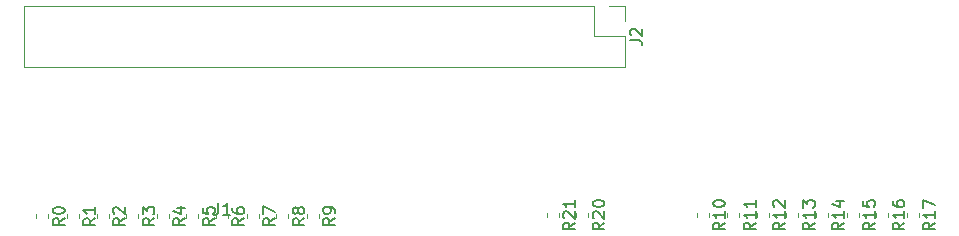
<source format=gbr>
G04 #@! TF.GenerationSoftware,KiCad,Pcbnew,(5.1.5)-3*
G04 #@! TF.CreationDate,2021-07-01T18:35:26+03:00*
G04 #@! TF.ProjectId,ISARPi,49534152-5069-42e6-9b69-6361645f7063,rev?*
G04 #@! TF.SameCoordinates,Original*
G04 #@! TF.FileFunction,Legend,Top*
G04 #@! TF.FilePolarity,Positive*
%FSLAX46Y46*%
G04 Gerber Fmt 4.6, Leading zero omitted, Abs format (unit mm)*
G04 Created by KiCad (PCBNEW (5.1.5)-3) date 2021-07-01 18:35:26*
%MOMM*%
%LPD*%
G04 APERTURE LIST*
%ADD10C,0.120000*%
%ADD11C,0.150000*%
G04 APERTURE END LIST*
D10*
X134590000Y-83337221D02*
X134590000Y-83662779D01*
X135610000Y-83337221D02*
X135610000Y-83662779D01*
X137090000Y-83337221D02*
X137090000Y-83662779D01*
X138110000Y-83337221D02*
X138110000Y-83662779D01*
X165090000Y-83337221D02*
X165090000Y-83662779D01*
X166110000Y-83337221D02*
X166110000Y-83662779D01*
X162490000Y-83337221D02*
X162490000Y-83662779D01*
X163510000Y-83337221D02*
X163510000Y-83662779D01*
X159990000Y-83337221D02*
X159990000Y-83662779D01*
X161010000Y-83337221D02*
X161010000Y-83662779D01*
X157390000Y-83324721D02*
X157390000Y-83650279D01*
X158410000Y-83324721D02*
X158410000Y-83650279D01*
X154890000Y-83337221D02*
X154890000Y-83662779D01*
X155910000Y-83337221D02*
X155910000Y-83662779D01*
X152390000Y-83337221D02*
X152390000Y-83662779D01*
X153410000Y-83337221D02*
X153410000Y-83662779D01*
X149890000Y-83337221D02*
X149890000Y-83662779D01*
X150910000Y-83337221D02*
X150910000Y-83662779D01*
X147290000Y-83337221D02*
X147290000Y-83662779D01*
X148310000Y-83337221D02*
X148310000Y-83662779D01*
X114290000Y-83424721D02*
X114290000Y-83750279D01*
X115310000Y-83424721D02*
X115310000Y-83750279D01*
X111690000Y-83437221D02*
X111690000Y-83762779D01*
X112710000Y-83437221D02*
X112710000Y-83762779D01*
X109190000Y-83437221D02*
X109190000Y-83762779D01*
X110210000Y-83437221D02*
X110210000Y-83762779D01*
X106590000Y-83437221D02*
X106590000Y-83762779D01*
X107610000Y-83437221D02*
X107610000Y-83762779D01*
X104090000Y-83437221D02*
X104090000Y-83762779D01*
X105110000Y-83437221D02*
X105110000Y-83762779D01*
X101590000Y-83437221D02*
X101590000Y-83762779D01*
X102610000Y-83437221D02*
X102610000Y-83762779D01*
X98990000Y-83424721D02*
X98990000Y-83750279D01*
X100010000Y-83424721D02*
X100010000Y-83750279D01*
X96490000Y-83437221D02*
X96490000Y-83762779D01*
X97510000Y-83437221D02*
X97510000Y-83762779D01*
X93990000Y-83437221D02*
X93990000Y-83762779D01*
X95010000Y-83437221D02*
X95010000Y-83762779D01*
X91390000Y-83437221D02*
X91390000Y-83762779D01*
X92410000Y-83437221D02*
X92410000Y-83762779D01*
X141230000Y-65770000D02*
X141230000Y-67100000D01*
X139900000Y-65770000D02*
X141230000Y-65770000D01*
X141230000Y-68370000D02*
X141230000Y-70970000D01*
X138630000Y-68370000D02*
X141230000Y-68370000D01*
X138630000Y-65770000D02*
X138630000Y-68370000D01*
X141230000Y-70970000D02*
X90310000Y-70970000D01*
X138630000Y-65770000D02*
X90310000Y-65770000D01*
X90310000Y-65770000D02*
X90310000Y-70970000D01*
D11*
X136982380Y-84142857D02*
X136506190Y-84476190D01*
X136982380Y-84714285D02*
X135982380Y-84714285D01*
X135982380Y-84333333D01*
X136030000Y-84238095D01*
X136077619Y-84190476D01*
X136172857Y-84142857D01*
X136315714Y-84142857D01*
X136410952Y-84190476D01*
X136458571Y-84238095D01*
X136506190Y-84333333D01*
X136506190Y-84714285D01*
X136077619Y-83761904D02*
X136030000Y-83714285D01*
X135982380Y-83619047D01*
X135982380Y-83380952D01*
X136030000Y-83285714D01*
X136077619Y-83238095D01*
X136172857Y-83190476D01*
X136268095Y-83190476D01*
X136410952Y-83238095D01*
X136982380Y-83809523D01*
X136982380Y-83190476D01*
X136982380Y-82238095D02*
X136982380Y-82809523D01*
X136982380Y-82523809D02*
X135982380Y-82523809D01*
X136125238Y-82619047D01*
X136220476Y-82714285D01*
X136268095Y-82809523D01*
X139482380Y-84142857D02*
X139006190Y-84476190D01*
X139482380Y-84714285D02*
X138482380Y-84714285D01*
X138482380Y-84333333D01*
X138530000Y-84238095D01*
X138577619Y-84190476D01*
X138672857Y-84142857D01*
X138815714Y-84142857D01*
X138910952Y-84190476D01*
X138958571Y-84238095D01*
X139006190Y-84333333D01*
X139006190Y-84714285D01*
X138577619Y-83761904D02*
X138530000Y-83714285D01*
X138482380Y-83619047D01*
X138482380Y-83380952D01*
X138530000Y-83285714D01*
X138577619Y-83238095D01*
X138672857Y-83190476D01*
X138768095Y-83190476D01*
X138910952Y-83238095D01*
X139482380Y-83809523D01*
X139482380Y-83190476D01*
X138482380Y-82571428D02*
X138482380Y-82476190D01*
X138530000Y-82380952D01*
X138577619Y-82333333D01*
X138672857Y-82285714D01*
X138863333Y-82238095D01*
X139101428Y-82238095D01*
X139291904Y-82285714D01*
X139387142Y-82333333D01*
X139434761Y-82380952D01*
X139482380Y-82476190D01*
X139482380Y-82571428D01*
X139434761Y-82666666D01*
X139387142Y-82714285D01*
X139291904Y-82761904D01*
X139101428Y-82809523D01*
X138863333Y-82809523D01*
X138672857Y-82761904D01*
X138577619Y-82714285D01*
X138530000Y-82666666D01*
X138482380Y-82571428D01*
X167482380Y-84142857D02*
X167006190Y-84476190D01*
X167482380Y-84714285D02*
X166482380Y-84714285D01*
X166482380Y-84333333D01*
X166530000Y-84238095D01*
X166577619Y-84190476D01*
X166672857Y-84142857D01*
X166815714Y-84142857D01*
X166910952Y-84190476D01*
X166958571Y-84238095D01*
X167006190Y-84333333D01*
X167006190Y-84714285D01*
X167482380Y-83190476D02*
X167482380Y-83761904D01*
X167482380Y-83476190D02*
X166482380Y-83476190D01*
X166625238Y-83571428D01*
X166720476Y-83666666D01*
X166768095Y-83761904D01*
X166482380Y-82857142D02*
X166482380Y-82190476D01*
X167482380Y-82619047D01*
X164882380Y-84142857D02*
X164406190Y-84476190D01*
X164882380Y-84714285D02*
X163882380Y-84714285D01*
X163882380Y-84333333D01*
X163930000Y-84238095D01*
X163977619Y-84190476D01*
X164072857Y-84142857D01*
X164215714Y-84142857D01*
X164310952Y-84190476D01*
X164358571Y-84238095D01*
X164406190Y-84333333D01*
X164406190Y-84714285D01*
X164882380Y-83190476D02*
X164882380Y-83761904D01*
X164882380Y-83476190D02*
X163882380Y-83476190D01*
X164025238Y-83571428D01*
X164120476Y-83666666D01*
X164168095Y-83761904D01*
X163882380Y-82333333D02*
X163882380Y-82523809D01*
X163930000Y-82619047D01*
X163977619Y-82666666D01*
X164120476Y-82761904D01*
X164310952Y-82809523D01*
X164691904Y-82809523D01*
X164787142Y-82761904D01*
X164834761Y-82714285D01*
X164882380Y-82619047D01*
X164882380Y-82428571D01*
X164834761Y-82333333D01*
X164787142Y-82285714D01*
X164691904Y-82238095D01*
X164453809Y-82238095D01*
X164358571Y-82285714D01*
X164310952Y-82333333D01*
X164263333Y-82428571D01*
X164263333Y-82619047D01*
X164310952Y-82714285D01*
X164358571Y-82761904D01*
X164453809Y-82809523D01*
X162382380Y-84142857D02*
X161906190Y-84476190D01*
X162382380Y-84714285D02*
X161382380Y-84714285D01*
X161382380Y-84333333D01*
X161430000Y-84238095D01*
X161477619Y-84190476D01*
X161572857Y-84142857D01*
X161715714Y-84142857D01*
X161810952Y-84190476D01*
X161858571Y-84238095D01*
X161906190Y-84333333D01*
X161906190Y-84714285D01*
X162382380Y-83190476D02*
X162382380Y-83761904D01*
X162382380Y-83476190D02*
X161382380Y-83476190D01*
X161525238Y-83571428D01*
X161620476Y-83666666D01*
X161668095Y-83761904D01*
X161382380Y-82285714D02*
X161382380Y-82761904D01*
X161858571Y-82809523D01*
X161810952Y-82761904D01*
X161763333Y-82666666D01*
X161763333Y-82428571D01*
X161810952Y-82333333D01*
X161858571Y-82285714D01*
X161953809Y-82238095D01*
X162191904Y-82238095D01*
X162287142Y-82285714D01*
X162334761Y-82333333D01*
X162382380Y-82428571D01*
X162382380Y-82666666D01*
X162334761Y-82761904D01*
X162287142Y-82809523D01*
X159782380Y-84130357D02*
X159306190Y-84463690D01*
X159782380Y-84701785D02*
X158782380Y-84701785D01*
X158782380Y-84320833D01*
X158830000Y-84225595D01*
X158877619Y-84177976D01*
X158972857Y-84130357D01*
X159115714Y-84130357D01*
X159210952Y-84177976D01*
X159258571Y-84225595D01*
X159306190Y-84320833D01*
X159306190Y-84701785D01*
X159782380Y-83177976D02*
X159782380Y-83749404D01*
X159782380Y-83463690D02*
X158782380Y-83463690D01*
X158925238Y-83558928D01*
X159020476Y-83654166D01*
X159068095Y-83749404D01*
X159115714Y-82320833D02*
X159782380Y-82320833D01*
X158734761Y-82558928D02*
X159449047Y-82797023D01*
X159449047Y-82177976D01*
X157282380Y-84142857D02*
X156806190Y-84476190D01*
X157282380Y-84714285D02*
X156282380Y-84714285D01*
X156282380Y-84333333D01*
X156330000Y-84238095D01*
X156377619Y-84190476D01*
X156472857Y-84142857D01*
X156615714Y-84142857D01*
X156710952Y-84190476D01*
X156758571Y-84238095D01*
X156806190Y-84333333D01*
X156806190Y-84714285D01*
X157282380Y-83190476D02*
X157282380Y-83761904D01*
X157282380Y-83476190D02*
X156282380Y-83476190D01*
X156425238Y-83571428D01*
X156520476Y-83666666D01*
X156568095Y-83761904D01*
X156282380Y-82857142D02*
X156282380Y-82238095D01*
X156663333Y-82571428D01*
X156663333Y-82428571D01*
X156710952Y-82333333D01*
X156758571Y-82285714D01*
X156853809Y-82238095D01*
X157091904Y-82238095D01*
X157187142Y-82285714D01*
X157234761Y-82333333D01*
X157282380Y-82428571D01*
X157282380Y-82714285D01*
X157234761Y-82809523D01*
X157187142Y-82857142D01*
X154782380Y-84142857D02*
X154306190Y-84476190D01*
X154782380Y-84714285D02*
X153782380Y-84714285D01*
X153782380Y-84333333D01*
X153830000Y-84238095D01*
X153877619Y-84190476D01*
X153972857Y-84142857D01*
X154115714Y-84142857D01*
X154210952Y-84190476D01*
X154258571Y-84238095D01*
X154306190Y-84333333D01*
X154306190Y-84714285D01*
X154782380Y-83190476D02*
X154782380Y-83761904D01*
X154782380Y-83476190D02*
X153782380Y-83476190D01*
X153925238Y-83571428D01*
X154020476Y-83666666D01*
X154068095Y-83761904D01*
X153877619Y-82809523D02*
X153830000Y-82761904D01*
X153782380Y-82666666D01*
X153782380Y-82428571D01*
X153830000Y-82333333D01*
X153877619Y-82285714D01*
X153972857Y-82238095D01*
X154068095Y-82238095D01*
X154210952Y-82285714D01*
X154782380Y-82857142D01*
X154782380Y-82238095D01*
X152282380Y-84142857D02*
X151806190Y-84476190D01*
X152282380Y-84714285D02*
X151282380Y-84714285D01*
X151282380Y-84333333D01*
X151330000Y-84238095D01*
X151377619Y-84190476D01*
X151472857Y-84142857D01*
X151615714Y-84142857D01*
X151710952Y-84190476D01*
X151758571Y-84238095D01*
X151806190Y-84333333D01*
X151806190Y-84714285D01*
X152282380Y-83190476D02*
X152282380Y-83761904D01*
X152282380Y-83476190D02*
X151282380Y-83476190D01*
X151425238Y-83571428D01*
X151520476Y-83666666D01*
X151568095Y-83761904D01*
X152282380Y-82238095D02*
X152282380Y-82809523D01*
X152282380Y-82523809D02*
X151282380Y-82523809D01*
X151425238Y-82619047D01*
X151520476Y-82714285D01*
X151568095Y-82809523D01*
X149682380Y-84142857D02*
X149206190Y-84476190D01*
X149682380Y-84714285D02*
X148682380Y-84714285D01*
X148682380Y-84333333D01*
X148730000Y-84238095D01*
X148777619Y-84190476D01*
X148872857Y-84142857D01*
X149015714Y-84142857D01*
X149110952Y-84190476D01*
X149158571Y-84238095D01*
X149206190Y-84333333D01*
X149206190Y-84714285D01*
X149682380Y-83190476D02*
X149682380Y-83761904D01*
X149682380Y-83476190D02*
X148682380Y-83476190D01*
X148825238Y-83571428D01*
X148920476Y-83666666D01*
X148968095Y-83761904D01*
X148682380Y-82571428D02*
X148682380Y-82476190D01*
X148730000Y-82380952D01*
X148777619Y-82333333D01*
X148872857Y-82285714D01*
X149063333Y-82238095D01*
X149301428Y-82238095D01*
X149491904Y-82285714D01*
X149587142Y-82333333D01*
X149634761Y-82380952D01*
X149682380Y-82476190D01*
X149682380Y-82571428D01*
X149634761Y-82666666D01*
X149587142Y-82714285D01*
X149491904Y-82761904D01*
X149301428Y-82809523D01*
X149063333Y-82809523D01*
X148872857Y-82761904D01*
X148777619Y-82714285D01*
X148730000Y-82666666D01*
X148682380Y-82571428D01*
X116682380Y-83754166D02*
X116206190Y-84087500D01*
X116682380Y-84325595D02*
X115682380Y-84325595D01*
X115682380Y-83944642D01*
X115730000Y-83849404D01*
X115777619Y-83801785D01*
X115872857Y-83754166D01*
X116015714Y-83754166D01*
X116110952Y-83801785D01*
X116158571Y-83849404D01*
X116206190Y-83944642D01*
X116206190Y-84325595D01*
X116682380Y-83277976D02*
X116682380Y-83087500D01*
X116634761Y-82992261D01*
X116587142Y-82944642D01*
X116444285Y-82849404D01*
X116253809Y-82801785D01*
X115872857Y-82801785D01*
X115777619Y-82849404D01*
X115730000Y-82897023D01*
X115682380Y-82992261D01*
X115682380Y-83182738D01*
X115730000Y-83277976D01*
X115777619Y-83325595D01*
X115872857Y-83373214D01*
X116110952Y-83373214D01*
X116206190Y-83325595D01*
X116253809Y-83277976D01*
X116301428Y-83182738D01*
X116301428Y-82992261D01*
X116253809Y-82897023D01*
X116206190Y-82849404D01*
X116110952Y-82801785D01*
X114082380Y-83766666D02*
X113606190Y-84100000D01*
X114082380Y-84338095D02*
X113082380Y-84338095D01*
X113082380Y-83957142D01*
X113130000Y-83861904D01*
X113177619Y-83814285D01*
X113272857Y-83766666D01*
X113415714Y-83766666D01*
X113510952Y-83814285D01*
X113558571Y-83861904D01*
X113606190Y-83957142D01*
X113606190Y-84338095D01*
X113510952Y-83195238D02*
X113463333Y-83290476D01*
X113415714Y-83338095D01*
X113320476Y-83385714D01*
X113272857Y-83385714D01*
X113177619Y-83338095D01*
X113130000Y-83290476D01*
X113082380Y-83195238D01*
X113082380Y-83004761D01*
X113130000Y-82909523D01*
X113177619Y-82861904D01*
X113272857Y-82814285D01*
X113320476Y-82814285D01*
X113415714Y-82861904D01*
X113463333Y-82909523D01*
X113510952Y-83004761D01*
X113510952Y-83195238D01*
X113558571Y-83290476D01*
X113606190Y-83338095D01*
X113701428Y-83385714D01*
X113891904Y-83385714D01*
X113987142Y-83338095D01*
X114034761Y-83290476D01*
X114082380Y-83195238D01*
X114082380Y-83004761D01*
X114034761Y-82909523D01*
X113987142Y-82861904D01*
X113891904Y-82814285D01*
X113701428Y-82814285D01*
X113606190Y-82861904D01*
X113558571Y-82909523D01*
X113510952Y-83004761D01*
X111582380Y-83766666D02*
X111106190Y-84100000D01*
X111582380Y-84338095D02*
X110582380Y-84338095D01*
X110582380Y-83957142D01*
X110630000Y-83861904D01*
X110677619Y-83814285D01*
X110772857Y-83766666D01*
X110915714Y-83766666D01*
X111010952Y-83814285D01*
X111058571Y-83861904D01*
X111106190Y-83957142D01*
X111106190Y-84338095D01*
X110582380Y-83433333D02*
X110582380Y-82766666D01*
X111582380Y-83195238D01*
X108982380Y-83766666D02*
X108506190Y-84100000D01*
X108982380Y-84338095D02*
X107982380Y-84338095D01*
X107982380Y-83957142D01*
X108030000Y-83861904D01*
X108077619Y-83814285D01*
X108172857Y-83766666D01*
X108315714Y-83766666D01*
X108410952Y-83814285D01*
X108458571Y-83861904D01*
X108506190Y-83957142D01*
X108506190Y-84338095D01*
X107982380Y-82909523D02*
X107982380Y-83100000D01*
X108030000Y-83195238D01*
X108077619Y-83242857D01*
X108220476Y-83338095D01*
X108410952Y-83385714D01*
X108791904Y-83385714D01*
X108887142Y-83338095D01*
X108934761Y-83290476D01*
X108982380Y-83195238D01*
X108982380Y-83004761D01*
X108934761Y-82909523D01*
X108887142Y-82861904D01*
X108791904Y-82814285D01*
X108553809Y-82814285D01*
X108458571Y-82861904D01*
X108410952Y-82909523D01*
X108363333Y-83004761D01*
X108363333Y-83195238D01*
X108410952Y-83290476D01*
X108458571Y-83338095D01*
X108553809Y-83385714D01*
X106482380Y-83766666D02*
X106006190Y-84100000D01*
X106482380Y-84338095D02*
X105482380Y-84338095D01*
X105482380Y-83957142D01*
X105530000Y-83861904D01*
X105577619Y-83814285D01*
X105672857Y-83766666D01*
X105815714Y-83766666D01*
X105910952Y-83814285D01*
X105958571Y-83861904D01*
X106006190Y-83957142D01*
X106006190Y-84338095D01*
X105482380Y-82861904D02*
X105482380Y-83338095D01*
X105958571Y-83385714D01*
X105910952Y-83338095D01*
X105863333Y-83242857D01*
X105863333Y-83004761D01*
X105910952Y-82909523D01*
X105958571Y-82861904D01*
X106053809Y-82814285D01*
X106291904Y-82814285D01*
X106387142Y-82861904D01*
X106434761Y-82909523D01*
X106482380Y-83004761D01*
X106482380Y-83242857D01*
X106434761Y-83338095D01*
X106387142Y-83385714D01*
X103982380Y-83766666D02*
X103506190Y-84100000D01*
X103982380Y-84338095D02*
X102982380Y-84338095D01*
X102982380Y-83957142D01*
X103030000Y-83861904D01*
X103077619Y-83814285D01*
X103172857Y-83766666D01*
X103315714Y-83766666D01*
X103410952Y-83814285D01*
X103458571Y-83861904D01*
X103506190Y-83957142D01*
X103506190Y-84338095D01*
X103315714Y-82909523D02*
X103982380Y-82909523D01*
X102934761Y-83147619D02*
X103649047Y-83385714D01*
X103649047Y-82766666D01*
X101382380Y-83754166D02*
X100906190Y-84087500D01*
X101382380Y-84325595D02*
X100382380Y-84325595D01*
X100382380Y-83944642D01*
X100430000Y-83849404D01*
X100477619Y-83801785D01*
X100572857Y-83754166D01*
X100715714Y-83754166D01*
X100810952Y-83801785D01*
X100858571Y-83849404D01*
X100906190Y-83944642D01*
X100906190Y-84325595D01*
X100382380Y-83420833D02*
X100382380Y-82801785D01*
X100763333Y-83135119D01*
X100763333Y-82992261D01*
X100810952Y-82897023D01*
X100858571Y-82849404D01*
X100953809Y-82801785D01*
X101191904Y-82801785D01*
X101287142Y-82849404D01*
X101334761Y-82897023D01*
X101382380Y-82992261D01*
X101382380Y-83277976D01*
X101334761Y-83373214D01*
X101287142Y-83420833D01*
X98882380Y-83766666D02*
X98406190Y-84100000D01*
X98882380Y-84338095D02*
X97882380Y-84338095D01*
X97882380Y-83957142D01*
X97930000Y-83861904D01*
X97977619Y-83814285D01*
X98072857Y-83766666D01*
X98215714Y-83766666D01*
X98310952Y-83814285D01*
X98358571Y-83861904D01*
X98406190Y-83957142D01*
X98406190Y-84338095D01*
X97977619Y-83385714D02*
X97930000Y-83338095D01*
X97882380Y-83242857D01*
X97882380Y-83004761D01*
X97930000Y-82909523D01*
X97977619Y-82861904D01*
X98072857Y-82814285D01*
X98168095Y-82814285D01*
X98310952Y-82861904D01*
X98882380Y-83433333D01*
X98882380Y-82814285D01*
X96382380Y-83766666D02*
X95906190Y-84100000D01*
X96382380Y-84338095D02*
X95382380Y-84338095D01*
X95382380Y-83957142D01*
X95430000Y-83861904D01*
X95477619Y-83814285D01*
X95572857Y-83766666D01*
X95715714Y-83766666D01*
X95810952Y-83814285D01*
X95858571Y-83861904D01*
X95906190Y-83957142D01*
X95906190Y-84338095D01*
X96382380Y-82814285D02*
X96382380Y-83385714D01*
X96382380Y-83100000D02*
X95382380Y-83100000D01*
X95525238Y-83195238D01*
X95620476Y-83290476D01*
X95668095Y-83385714D01*
X93782380Y-83766666D02*
X93306190Y-84100000D01*
X93782380Y-84338095D02*
X92782380Y-84338095D01*
X92782380Y-83957142D01*
X92830000Y-83861904D01*
X92877619Y-83814285D01*
X92972857Y-83766666D01*
X93115714Y-83766666D01*
X93210952Y-83814285D01*
X93258571Y-83861904D01*
X93306190Y-83957142D01*
X93306190Y-84338095D01*
X92782380Y-83147619D02*
X92782380Y-83052380D01*
X92830000Y-82957142D01*
X92877619Y-82909523D01*
X92972857Y-82861904D01*
X93163333Y-82814285D01*
X93401428Y-82814285D01*
X93591904Y-82861904D01*
X93687142Y-82909523D01*
X93734761Y-82957142D01*
X93782380Y-83052380D01*
X93782380Y-83147619D01*
X93734761Y-83242857D01*
X93687142Y-83290476D01*
X93591904Y-83338095D01*
X93401428Y-83385714D01*
X93163333Y-83385714D01*
X92972857Y-83338095D01*
X92877619Y-83290476D01*
X92830000Y-83242857D01*
X92782380Y-83147619D01*
X141682380Y-68703333D02*
X142396666Y-68703333D01*
X142539523Y-68750952D01*
X142634761Y-68846190D01*
X142682380Y-68989047D01*
X142682380Y-69084285D01*
X141777619Y-68274761D02*
X141730000Y-68227142D01*
X141682380Y-68131904D01*
X141682380Y-67893809D01*
X141730000Y-67798571D01*
X141777619Y-67750952D01*
X141872857Y-67703333D01*
X141968095Y-67703333D01*
X142110952Y-67750952D01*
X142682380Y-68322380D01*
X142682380Y-67703333D01*
X106806666Y-82467380D02*
X106806666Y-83181666D01*
X106759047Y-83324523D01*
X106663809Y-83419761D01*
X106520952Y-83467380D01*
X106425714Y-83467380D01*
X107806666Y-83467380D02*
X107235238Y-83467380D01*
X107520952Y-83467380D02*
X107520952Y-82467380D01*
X107425714Y-82610238D01*
X107330476Y-82705476D01*
X107235238Y-82753095D01*
M02*

</source>
